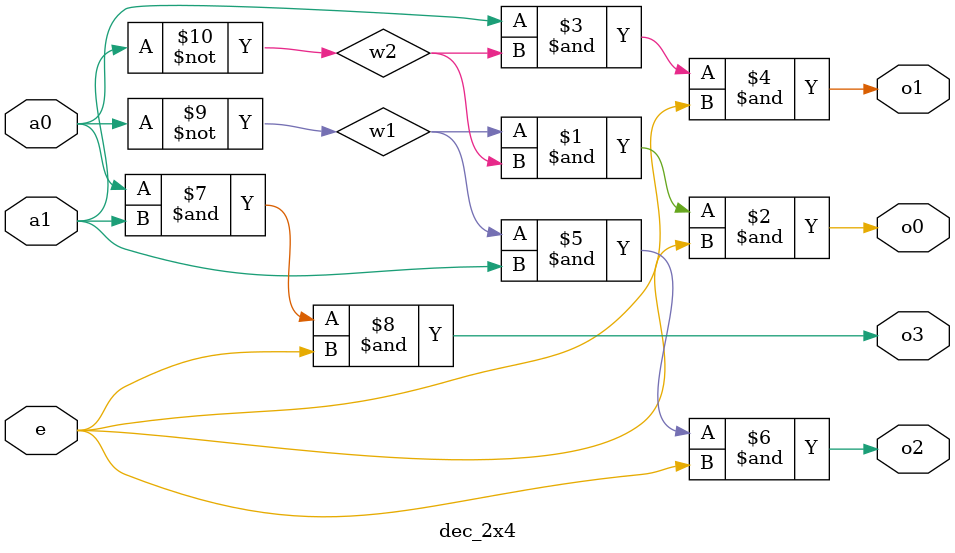
<source format=v>
module dec_2x4(o0,o1,o2,o3,e,a0,a1);
output o0,o1,o2,o3;
input a0,a1,e;

wire w1,w2;

not(w1,a0);
not(w2,a1);

and(o0,w1,w2,e);
and(o1,a0,w2,e);
and(o2,w1,a1,e);
and(o3,a0,a1,e);

endmodule




</source>
